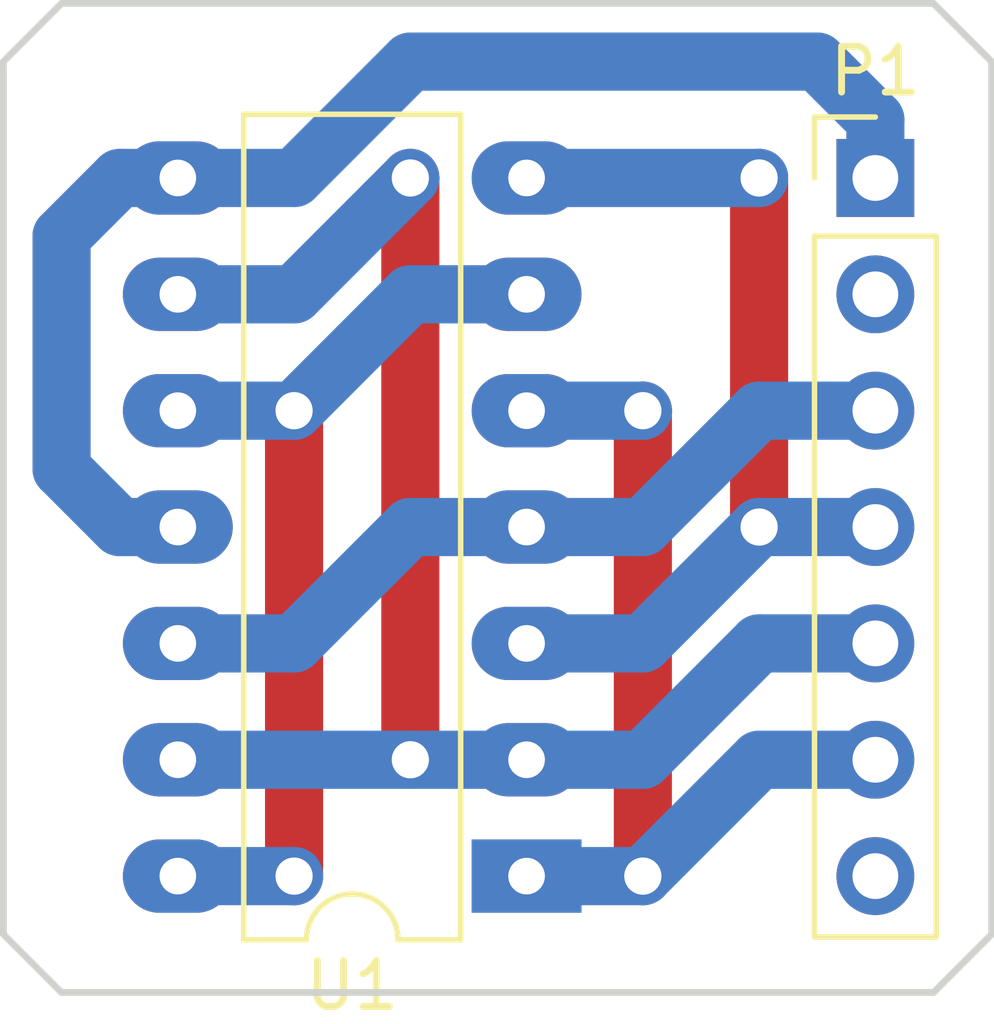
<source format=kicad_pcb>
(kicad_pcb (version 4) (host pcbnew 4.0.2-stable)

  (general
    (links 13)
    (no_connects 0)
    (area 151.054999 98.984999 175.494734 121.6814)
    (thickness 1.6)
    (drawings 8)
    (tracks 47)
    (zones 0)
    (modules 2)
    (nets 9)
  )

  (page A4)
  (layers
    (0 F.Cu signal)
    (31 B.Cu signal)
    (37 F.SilkS user)
    (39 F.Mask user)
    (44 Edge.Cuts user)
  )

  (setup
    (last_trace_width 0.4064)
    (user_trace_width 0.8128)
    (user_trace_width 1.27)
    (user_trace_width 2.54)
    (trace_clearance 0.4064)
    (zone_clearance 0.508)
    (zone_45_only no)
    (trace_min 0.4064)
    (segment_width 0.2)
    (edge_width 0.15)
    (via_size 1.27)
    (via_drill 0.8128)
    (via_min_size 1.27)
    (via_min_drill 0.8128)
    (uvia_size 1.27)
    (uvia_drill 0.8128)
    (uvias_allowed no)
    (uvia_min_size 1.27)
    (uvia_min_drill 0.8128)
    (pcb_text_width 0.3)
    (pcb_text_size 1.5 1.5)
    (mod_edge_width 0.15)
    (mod_text_size 1 1)
    (mod_text_width 0.15)
    (pad_size 1.524 1.524)
    (pad_drill 0.762)
    (pad_to_mask_clearance 0.2)
    (aux_axis_origin 0 0)
    (visible_elements 7FFFFFFF)
    (pcbplotparams
      (layerselection 0x01000_80000001)
      (usegerberextensions true)
      (excludeedgelayer true)
      (linewidth 0.100000)
      (plotframeref false)
      (viasonmask false)
      (mode 1)
      (useauxorigin false)
      (hpglpennumber 1)
      (hpglpenspeed 20)
      (hpglpendiameter 15)
      (hpglpenoverlay 2)
      (psnegative false)
      (psa4output false)
      (plotreference true)
      (plotvalue true)
      (plotinvisibletext false)
      (padsonsilk false)
      (subtractmaskfromsilk false)
      (outputformat 1)
      (mirror false)
      (drillshape 0)
      (scaleselection 1)
      (outputdirectory gerber/))
  )

  (net 0 "")
  (net 1 VDD)
  (net 2 "Net-(P1-Pad2)")
  (net 3 VSS)
  (net 4 /In)
  (net 5 /Control)
  (net 6 /Out)
  (net 7 "Net-(P1-Pad7)")
  (net 8 "Net-(U1-Pad10)")

  (net_class Default "This is the default net class."
    (clearance 0.4064)
    (trace_width 0.4064)
    (via_dia 1.27)
    (via_drill 0.8128)
    (uvia_dia 1.27)
    (uvia_drill 0.8128)
    (add_net /Control)
    (add_net /In)
    (add_net /Out)
    (add_net "Net-(P1-Pad2)")
    (add_net "Net-(P1-Pad7)")
    (add_net "Net-(U1-Pad10)")
    (add_net VDD)
    (add_net VSS)
  )

  (module Pin_Headers:Pin_Header_Straight_1x07_Pitch2.54mm (layer F.Cu) (tedit 58CD4EC1) (tstamp 59091BD8)
    (at 170.18 102.87)
    (descr "Through hole straight pin header, 1x07, 2.54mm pitch, single row")
    (tags "Through hole pin header THT 1x07 2.54mm single row")
    (path /59092256)
    (fp_text reference P1 (at 0 -2.33) (layer F.SilkS)
      (effects (font (size 1 1) (thickness 0.15)))
    )
    (fp_text value CONN_01X07 (at 0 17.57) (layer F.Fab)
      (effects (font (size 1 1) (thickness 0.15)))
    )
    (fp_line (start -1.27 -1.27) (end -1.27 16.51) (layer F.Fab) (width 0.1))
    (fp_line (start -1.27 16.51) (end 1.27 16.51) (layer F.Fab) (width 0.1))
    (fp_line (start 1.27 16.51) (end 1.27 -1.27) (layer F.Fab) (width 0.1))
    (fp_line (start 1.27 -1.27) (end -1.27 -1.27) (layer F.Fab) (width 0.1))
    (fp_line (start -1.33 1.27) (end -1.33 16.57) (layer F.SilkS) (width 0.12))
    (fp_line (start -1.33 16.57) (end 1.33 16.57) (layer F.SilkS) (width 0.12))
    (fp_line (start 1.33 16.57) (end 1.33 1.27) (layer F.SilkS) (width 0.12))
    (fp_line (start 1.33 1.27) (end -1.33 1.27) (layer F.SilkS) (width 0.12))
    (fp_line (start -1.33 0) (end -1.33 -1.33) (layer F.SilkS) (width 0.12))
    (fp_line (start -1.33 -1.33) (end 0 -1.33) (layer F.SilkS) (width 0.12))
    (fp_line (start -1.8 -1.8) (end -1.8 17.05) (layer F.CrtYd) (width 0.05))
    (fp_line (start -1.8 17.05) (end 1.8 17.05) (layer F.CrtYd) (width 0.05))
    (fp_line (start 1.8 17.05) (end 1.8 -1.8) (layer F.CrtYd) (width 0.05))
    (fp_line (start 1.8 -1.8) (end -1.8 -1.8) (layer F.CrtYd) (width 0.05))
    (fp_text user %R (at 0 -2.33) (layer F.Fab)
      (effects (font (size 1 1) (thickness 0.15)))
    )
    (pad 1 thru_hole rect (at 0 0) (size 1.7 1.7) (drill 1) (layers *.Cu *.Mask)
      (net 1 VDD))
    (pad 2 thru_hole oval (at 0 2.54) (size 1.7 1.7) (drill 1) (layers *.Cu *.Mask)
      (net 2 "Net-(P1-Pad2)"))
    (pad 3 thru_hole oval (at 0 5.08) (size 1.7 1.7) (drill 1) (layers *.Cu *.Mask)
      (net 3 VSS))
    (pad 4 thru_hole oval (at 0 7.62) (size 1.7 1.7) (drill 1) (layers *.Cu *.Mask)
      (net 4 /In))
    (pad 5 thru_hole oval (at 0 10.16) (size 1.7 1.7) (drill 1) (layers *.Cu *.Mask)
      (net 5 /Control))
    (pad 6 thru_hole oval (at 0 12.7) (size 1.7 1.7) (drill 1) (layers *.Cu *.Mask)
      (net 6 /Out))
    (pad 7 thru_hole oval (at 0 15.24) (size 1.7 1.7) (drill 1) (layers *.Cu *.Mask)
      (net 7 "Net-(P1-Pad7)"))
    (model ${KISYS3DMOD}/Pin_Headers.3dshapes/Pin_Header_Straight_1x07_Pitch2.54mm.wrl
      (at (xyz 0 -0.3 0))
      (scale (xyz 1 1 1))
      (rotate (xyz 0 0 90))
    )
  )

  (module Housings_DIP:DIP-14_W7.62mm_LongPads (layer F.Cu) (tedit 58CC8E2C) (tstamp 59091BEA)
    (at 162.56 118.11 180)
    (descr "14-lead dip package, row spacing 7.62 mm (300 mils), LongPads")
    (tags "DIL DIP PDIP 2.54mm 7.62mm 300mil LongPads")
    (path /590913D0)
    (fp_text reference U1 (at 3.81 -2.39 180) (layer F.SilkS)
      (effects (font (size 1 1) (thickness 0.15)))
    )
    (fp_text value ALD1105 (at 3.81 17.63 180) (layer F.Fab)
      (effects (font (size 1 1) (thickness 0.15)))
    )
    (fp_text user %R (at 3.81 7.62 180) (layer F.Fab)
      (effects (font (size 1 1) (thickness 0.15)))
    )
    (fp_line (start 1.635 -1.27) (end 6.985 -1.27) (layer F.Fab) (width 0.1))
    (fp_line (start 6.985 -1.27) (end 6.985 16.51) (layer F.Fab) (width 0.1))
    (fp_line (start 6.985 16.51) (end 0.635 16.51) (layer F.Fab) (width 0.1))
    (fp_line (start 0.635 16.51) (end 0.635 -0.27) (layer F.Fab) (width 0.1))
    (fp_line (start 0.635 -0.27) (end 1.635 -1.27) (layer F.Fab) (width 0.1))
    (fp_line (start 2.81 -1.39) (end 1.44 -1.39) (layer F.SilkS) (width 0.12))
    (fp_line (start 1.44 -1.39) (end 1.44 16.63) (layer F.SilkS) (width 0.12))
    (fp_line (start 1.44 16.63) (end 6.18 16.63) (layer F.SilkS) (width 0.12))
    (fp_line (start 6.18 16.63) (end 6.18 -1.39) (layer F.SilkS) (width 0.12))
    (fp_line (start 6.18 -1.39) (end 4.81 -1.39) (layer F.SilkS) (width 0.12))
    (fp_line (start -1.5 -1.6) (end -1.5 16.8) (layer F.CrtYd) (width 0.05))
    (fp_line (start -1.5 16.8) (end 9.1 16.8) (layer F.CrtYd) (width 0.05))
    (fp_line (start 9.1 16.8) (end 9.1 -1.6) (layer F.CrtYd) (width 0.05))
    (fp_line (start 9.1 -1.6) (end -1.5 -1.6) (layer F.CrtYd) (width 0.05))
    (fp_arc (start 3.81 -1.39) (end 2.81 -1.39) (angle -180) (layer F.SilkS) (width 0.12))
    (pad 1 thru_hole rect (at 0 0 180) (size 2.4 1.6) (drill 0.8) (layers *.Cu *.Mask)
      (net 6 /Out))
    (pad 8 thru_hole oval (at 7.62 15.24 180) (size 2.4 1.6) (drill 0.8) (layers *.Cu *.Mask)
      (net 1 VDD))
    (pad 2 thru_hole oval (at 0 2.54 180) (size 2.4 1.6) (drill 0.8) (layers *.Cu *.Mask)
      (net 5 /Control))
    (pad 9 thru_hole oval (at 7.62 12.7 180) (size 2.4 1.6) (drill 0.8) (layers *.Cu *.Mask)
      (net 5 /Control))
    (pad 3 thru_hole oval (at 0 5.08 180) (size 2.4 1.6) (drill 0.8) (layers *.Cu *.Mask)
      (net 4 /In))
    (pad 10 thru_hole oval (at 7.62 10.16 180) (size 2.4 1.6) (drill 0.8) (layers *.Cu *.Mask)
      (net 8 "Net-(U1-Pad10)"))
    (pad 4 thru_hole oval (at 0 7.62 180) (size 2.4 1.6) (drill 0.8) (layers *.Cu *.Mask)
      (net 3 VSS))
    (pad 11 thru_hole oval (at 7.62 7.62 180) (size 2.4 1.6) (drill 0.8) (layers *.Cu *.Mask)
      (net 1 VDD))
    (pad 5 thru_hole oval (at 0 10.16 180) (size 2.4 1.6) (drill 0.8) (layers *.Cu *.Mask)
      (net 6 /Out))
    (pad 12 thru_hole oval (at 7.62 5.08 180) (size 2.4 1.6) (drill 0.8) (layers *.Cu *.Mask)
      (net 3 VSS))
    (pad 6 thru_hole oval (at 0 12.7 180) (size 2.4 1.6) (drill 0.8) (layers *.Cu *.Mask)
      (net 8 "Net-(U1-Pad10)"))
    (pad 13 thru_hole oval (at 7.62 2.54 180) (size 2.4 1.6) (drill 0.8) (layers *.Cu *.Mask)
      (net 5 /Control))
    (pad 7 thru_hole oval (at 0 15.24 180) (size 2.4 1.6) (drill 0.8) (layers *.Cu *.Mask)
      (net 4 /In))
    (pad 14 thru_hole oval (at 7.62 0 180) (size 2.4 1.6) (drill 0.8) (layers *.Cu *.Mask)
      (net 8 "Net-(U1-Pad10)"))
    (model Housings_DIP.3dshapes/DIP-14_W7.62mm_LongPads.wrl
      (at (xyz 0 0 0))
      (scale (xyz 1 1 1))
      (rotate (xyz 0 0 0))
    )
  )

  (gr_line (start 151.13 119.38) (end 151.13 100.33) (layer Edge.Cuts) (width 0.15))
  (gr_line (start 152.4 120.65) (end 151.13 119.38) (layer Edge.Cuts) (width 0.15))
  (gr_line (start 171.45 120.65) (end 152.4 120.65) (layer Edge.Cuts) (width 0.15))
  (gr_line (start 172.72 119.38) (end 171.45 120.65) (layer Edge.Cuts) (width 0.15))
  (gr_line (start 172.72 100.33) (end 172.72 119.38) (layer Edge.Cuts) (width 0.15))
  (gr_line (start 171.45 99.06) (end 172.72 100.33) (layer Edge.Cuts) (width 0.15))
  (gr_line (start 152.4 99.06) (end 171.45 99.06) (layer Edge.Cuts) (width 0.15))
  (gr_line (start 151.13 100.33) (end 152.4 99.06) (layer Edge.Cuts) (width 0.15))

  (segment (start 168.91 100.33) (end 170.18 101.6) (width 1.27) (layer B.Cu) (net 1))
  (segment (start 170.18 101.6) (end 170.18 102.87) (width 1.27) (layer B.Cu) (net 1))
  (segment (start 160.02 100.33) (end 168.91 100.33) (width 1.27) (layer B.Cu) (net 1))
  (segment (start 157.48 102.87) (end 160.02 100.33) (width 1.27) (layer B.Cu) (net 1))
  (segment (start 154.94 102.87) (end 157.48 102.87) (width 1.27) (layer B.Cu) (net 1))
  (segment (start 152.4 104.14) (end 153.67 102.87) (width 1.27) (layer B.Cu) (net 1))
  (segment (start 153.67 102.87) (end 154.94 102.87) (width 1.27) (layer B.Cu) (net 1))
  (segment (start 152.4 109.22) (end 152.4 104.14) (width 1.27) (layer B.Cu) (net 1))
  (segment (start 153.67 110.49) (end 152.4 109.22) (width 1.27) (layer B.Cu) (net 1))
  (segment (start 154.94 110.49) (end 153.67 110.49) (width 1.27) (layer B.Cu) (net 1))
  (segment (start 157.48 113.03) (end 154.94 113.03) (width 1.27) (layer B.Cu) (net 3))
  (segment (start 160.02 110.49) (end 157.48 113.03) (width 1.27) (layer B.Cu) (net 3))
  (segment (start 162.56 110.49) (end 160.02 110.49) (width 1.27) (layer B.Cu) (net 3))
  (segment (start 165.1 110.49) (end 167.64 107.95) (width 1.27) (layer B.Cu) (net 3))
  (segment (start 167.64 107.95) (end 170.18 107.95) (width 1.27) (layer B.Cu) (net 3))
  (segment (start 162.56 110.49) (end 165.1 110.49) (width 1.27) (layer B.Cu) (net 3))
  (segment (start 167.64 102.87) (end 167.64 110.49) (width 1.27) (layer F.Cu) (net 4))
  (via (at 167.64 110.49) (size 1.27) (drill 0.8128) (layers F.Cu B.Cu) (net 4))
  (segment (start 162.56 102.87) (end 167.64 102.87) (width 1.27) (layer B.Cu) (net 4))
  (via (at 167.64 102.87) (size 1.27) (drill 0.8128) (layers F.Cu B.Cu) (net 4))
  (segment (start 165.1 113.03) (end 167.64 110.49) (width 1.27) (layer B.Cu) (net 4))
  (segment (start 167.64 110.49) (end 170.18 110.49) (width 1.27) (layer B.Cu) (net 4))
  (segment (start 162.56 113.03) (end 165.1 113.03) (width 1.27) (layer B.Cu) (net 4))
  (segment (start 162.56 115.57) (end 160.02 115.57) (width 1.27) (layer B.Cu) (net 5))
  (segment (start 160.02 115.57) (end 154.94 115.57) (width 1.27) (layer B.Cu) (net 5))
  (segment (start 160.02 102.87) (end 160.02 115.57) (width 1.27) (layer F.Cu) (net 5))
  (via (at 160.02 115.57) (size 1.27) (drill 0.8128) (layers F.Cu B.Cu) (net 5))
  (segment (start 154.94 105.41) (end 157.48 105.41) (width 1.27) (layer B.Cu) (net 5))
  (segment (start 157.48 105.41) (end 160.02 102.87) (width 1.27) (layer B.Cu) (net 5))
  (via (at 160.02 102.87) (size 1.27) (drill 0.8128) (layers F.Cu B.Cu) (net 5))
  (segment (start 165.1 115.57) (end 167.64 113.03) (width 1.27) (layer B.Cu) (net 5))
  (segment (start 167.64 113.03) (end 170.18 113.03) (width 1.27) (layer B.Cu) (net 5))
  (segment (start 162.56 115.57) (end 165.1 115.57) (width 1.27) (layer B.Cu) (net 5))
  (segment (start 165.1 107.95) (end 165.1 118.11) (width 1.27) (layer F.Cu) (net 6))
  (via (at 165.1 118.11) (size 1.27) (drill 0.8128) (layers F.Cu B.Cu) (net 6))
  (segment (start 162.56 107.95) (end 165.1 107.95) (width 1.27) (layer B.Cu) (net 6))
  (via (at 165.1 107.95) (size 1.27) (drill 0.8128) (layers F.Cu B.Cu) (net 6))
  (segment (start 165.1 118.11) (end 167.64 115.57) (width 1.27) (layer B.Cu) (net 6))
  (segment (start 167.64 115.57) (end 170.18 115.57) (width 1.27) (layer B.Cu) (net 6))
  (segment (start 162.56 118.11) (end 165.1 118.11) (width 1.27) (layer B.Cu) (net 6))
  (segment (start 157.48 118.11) (end 157.48 107.95) (width 1.27) (layer F.Cu) (net 8))
  (via (at 157.48 107.95) (size 1.27) (drill 0.8128) (layers F.Cu B.Cu) (net 8))
  (segment (start 154.94 118.11) (end 157.48 118.11) (width 1.27) (layer B.Cu) (net 8))
  (via (at 157.48 118.11) (size 1.27) (drill 0.8128) (layers F.Cu B.Cu) (net 8))
  (segment (start 157.48 107.95) (end 160.02 105.41) (width 1.27) (layer B.Cu) (net 8))
  (segment (start 160.02 105.41) (end 162.56 105.41) (width 1.27) (layer B.Cu) (net 8))
  (segment (start 154.94 107.95) (end 157.48 107.95) (width 1.27) (layer B.Cu) (net 8))

)

</source>
